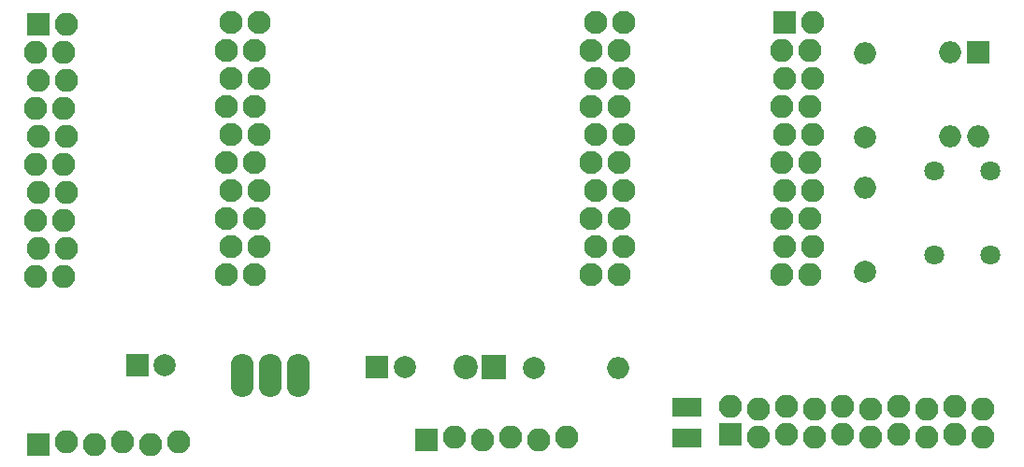
<source format=gts>
G04 #@! TF.GenerationSoftware,KiCad,Pcbnew,no-vcs-found-08c4a0b~58~ubuntu16.04.1*
G04 #@! TF.CreationDate,2017-08-29T22:35:06+03:00*
G04 #@! TF.ProjectId,ESP-32-programmer,4553502D33322D70726F6772616D6D65,1*
G04 #@! TF.SameCoordinates,Original
G04 #@! TF.FileFunction,Soldermask,Top*
G04 #@! TF.FilePolarity,Negative*
%FSLAX46Y46*%
G04 Gerber Fmt 4.6, Leading zero omitted, Abs format (unit mm)*
G04 Created by KiCad (PCBNEW no-vcs-found-08c4a0b~58~ubuntu16.04.1) date Tue Aug 29 22:35:06 2017*
%MOMM*%
%LPD*%
G01*
G04 APERTURE LIST*
%ADD10C,2.100000*%
%ADD11O,2.100000X2.100000*%
%ADD12R,2.100000X2.100000*%
%ADD13R,2.000000X2.000000*%
%ADD14C,2.000000*%
%ADD15O,2.099260X3.900120*%
%ADD16R,2.200000X2.200000*%
%ADD17C,2.200000*%
%ADD18O,2.000000X2.000000*%
%ADD19C,1.797000*%
%ADD20R,1.370000X1.670000*%
G04 APERTURE END LIST*
D10*
X149923800Y-70160000D03*
X152463800Y-70160000D03*
X150330200Y-67620000D03*
X152870200Y-67620000D03*
X149923800Y-65080000D03*
X152463800Y-65080000D03*
X150330200Y-62540000D03*
X152870200Y-62540000D03*
X149923800Y-60000000D03*
X152463800Y-60000000D03*
X150330200Y-57460000D03*
X152870200Y-57460000D03*
X149923800Y-54920000D03*
X152463800Y-54920000D03*
X150330200Y-52380000D03*
X152870200Y-52380000D03*
X149923800Y-49840000D03*
X152463800Y-49840000D03*
X150330200Y-47300000D03*
X152870200Y-47300000D03*
X119443800Y-70160000D03*
X116903800Y-70160000D03*
X119850200Y-67620000D03*
X117310200Y-67620000D03*
X119443800Y-65080000D03*
X116903800Y-65080000D03*
X119850200Y-62540000D03*
X117310200Y-62540000D03*
X119443800Y-60000000D03*
X116903800Y-60000000D03*
X119850200Y-57460000D03*
X117310200Y-57460000D03*
X119443800Y-54920000D03*
X116903800Y-54920000D03*
X119850200Y-52380000D03*
X117310200Y-52380000D03*
X119443800Y-49840000D03*
X116903800Y-49840000D03*
X119850200Y-47300000D03*
X117310200Y-47300000D03*
D11*
X112540000Y-85254000D03*
X110000000Y-85508000D03*
X107460000Y-85254000D03*
X104920000Y-85508000D03*
X102380000Y-85254000D03*
D12*
X99840000Y-85508000D03*
D13*
X130556000Y-78486000D03*
D14*
X133056000Y-78486000D03*
D15*
X120904000Y-79248000D03*
X118364000Y-79248000D03*
X123444000Y-79248000D03*
D16*
X141097000Y-78486000D03*
D17*
X138557000Y-78486000D03*
D13*
X185000000Y-50000000D03*
D18*
X182460000Y-57620000D03*
X182460000Y-50000000D03*
X185000000Y-57620000D03*
D19*
X180975000Y-60706000D03*
X186055000Y-60706000D03*
X180975000Y-68326000D03*
X186055000Y-68326000D03*
D13*
X108839000Y-78359000D03*
D14*
X111339000Y-78359000D03*
D20*
X157983000Y-82169000D03*
X159263000Y-82169000D03*
X157988000Y-84963000D03*
X159268000Y-84963000D03*
D18*
X152400000Y-78613000D03*
D14*
X144780000Y-78613000D03*
D18*
X174752000Y-50038000D03*
D14*
X174752000Y-57658000D03*
X174752000Y-69850000D03*
D18*
X174752000Y-62230000D03*
D11*
X185420000Y-82296000D03*
X185420000Y-84836000D03*
X182880000Y-82042000D03*
X182880000Y-84582000D03*
X180340000Y-82296000D03*
X180340000Y-84836000D03*
X177800000Y-82042000D03*
X177800000Y-84582000D03*
X175260000Y-82296000D03*
X175260000Y-84836000D03*
X172720000Y-82042000D03*
X172720000Y-84582000D03*
X170180000Y-82296000D03*
X170180000Y-84836000D03*
X167640000Y-82042000D03*
X167640000Y-84582000D03*
X165100000Y-82296000D03*
X165100000Y-84836000D03*
X162560000Y-82042000D03*
D12*
X162560000Y-84582000D03*
X167460000Y-47300000D03*
D11*
X170000000Y-47300000D03*
X167206000Y-49840000D03*
X169746000Y-49840000D03*
X167460000Y-52380000D03*
X170000000Y-52380000D03*
X167206000Y-54920000D03*
X169746000Y-54920000D03*
X167460000Y-57460000D03*
X170000000Y-57460000D03*
X167206000Y-60000000D03*
X169746000Y-60000000D03*
X167460000Y-62540000D03*
X170000000Y-62540000D03*
X167206000Y-65080000D03*
X169746000Y-65080000D03*
X167460000Y-67620000D03*
X170000000Y-67620000D03*
X167206000Y-70160000D03*
X169746000Y-70160000D03*
X102206000Y-70320000D03*
X99666000Y-70320000D03*
X102460000Y-67780000D03*
X99920000Y-67780000D03*
X102206000Y-65240000D03*
X99666000Y-65240000D03*
X102460000Y-62700000D03*
X99920000Y-62700000D03*
X102206000Y-60160000D03*
X99666000Y-60160000D03*
X102460000Y-57620000D03*
X99920000Y-57620000D03*
X102206000Y-55080000D03*
X99666000Y-55080000D03*
X102460000Y-52540000D03*
X99920000Y-52540000D03*
X102206000Y-50000000D03*
X99666000Y-50000000D03*
X102460000Y-47460000D03*
D12*
X99920000Y-47460000D03*
X135000000Y-85127000D03*
D11*
X137540000Y-84873000D03*
X140080000Y-85127000D03*
X142620000Y-84873000D03*
X145160000Y-85127000D03*
X147700000Y-84873000D03*
M02*

</source>
